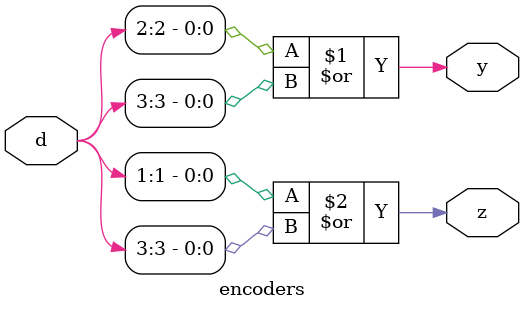
<source format=v>
`timescale 1ns / 1ps

//4 to 2 encoder
module encoders(input [3:0]d , output  y , output z);
or  G1 (y,d[2],d[3]);
or  G2 (z,d[1],d[3]);
//or #100 G3 (e,d[0],d[1],d[2],d[3]);

endmodule

</source>
